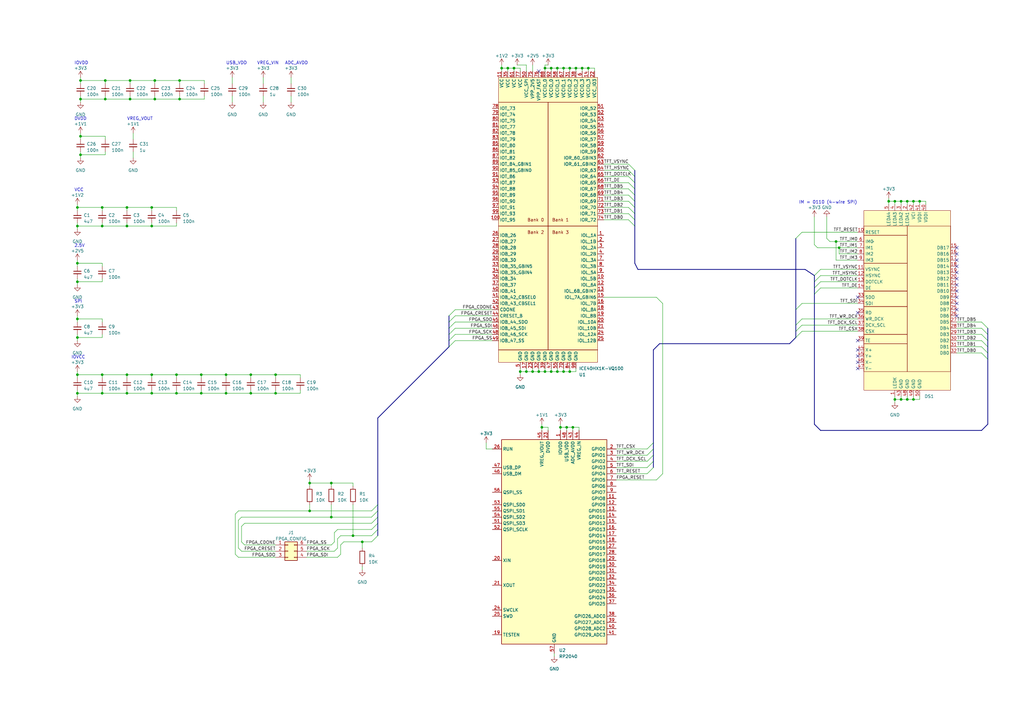
<source format=kicad_sch>
(kicad_sch (version 20230121) (generator eeschema)
  (paper "A3")
  (junction (at 31.75 138.43))
  (junction (at 215.9 152.4))
  (junction (at 62.23 85.09))
  (junction (at 228.6 27.94))
  (junction (at 31.75 107.95))
  (junction (at 369.57 163.83))
  (junction (at 232.41 175.26))
  (junction (at 231.14 27.94))
  (junction (at 148.59 222.25))
  (junction (at 33.02 33.02))
  (junction (at 374.65 82.55))
  (junction (at 52.07 85.09))
  (junction (at 205.74 27.94))
  (junction (at 31.75 115.57))
  (junction (at 223.52 152.4))
  (junction (at 82.55 153.67))
  (junction (at 43.18 33.02))
  (junction (at 73.66 33.02))
  (junction (at 33.02 63.5))
  (junction (at 102.87 161.29))
  (junction (at 210.82 27.94))
  (junction (at 62.23 161.29))
  (junction (at 367.03 82.55))
  (junction (at 82.55 161.29))
  (junction (at 144.78 219.71))
  (junction (at 374.65 163.83))
  (junction (at 33.02 55.88))
  (junction (at 33.02 40.64))
  (junction (at 127 209.55))
  (junction (at 218.44 152.4))
  (junction (at 231.14 152.4))
  (junction (at 62.23 92.71))
  (junction (at 52.07 153.67))
  (junction (at 127 198.12))
  (junction (at 72.39 153.67))
  (junction (at 63.5 40.64))
  (junction (at 372.11 82.55))
  (junction (at 62.23 153.67))
  (junction (at 41.91 161.29))
  (junction (at 234.95 175.26))
  (junction (at 135.89 212.09))
  (junction (at 52.07 161.29))
  (junction (at 72.39 161.29))
  (junction (at 372.11 163.83))
  (junction (at 229.87 175.26))
  (junction (at 241.3 27.94))
  (junction (at 228.6 152.4))
  (junction (at 223.52 27.94))
  (junction (at 41.91 92.71))
  (junction (at 52.07 92.71))
  (junction (at 233.68 152.4))
  (junction (at 364.49 82.55))
  (junction (at 367.03 163.83))
  (junction (at 92.71 153.67))
  (junction (at 53.34 40.64))
  (junction (at 113.03 153.67))
  (junction (at 31.75 161.29))
  (junction (at 213.36 152.4))
  (junction (at 220.98 152.4))
  (junction (at 31.75 130.81))
  (junction (at 233.68 27.94))
  (junction (at 369.57 82.55))
  (junction (at 31.75 85.09))
  (junction (at 377.19 82.55))
  (junction (at 41.91 153.67))
  (junction (at 226.06 27.94))
  (junction (at 31.75 153.67))
  (junction (at 73.66 40.64))
  (junction (at 41.91 85.09))
  (junction (at 135.89 198.12))
  (junction (at 238.76 27.94))
  (junction (at 344.17 101.6))
  (junction (at 92.71 161.29))
  (junction (at 226.06 152.4))
  (junction (at 43.18 40.64))
  (junction (at 63.5 33.02))
  (junction (at 222.25 175.26))
  (junction (at 31.75 92.71))
  (junction (at 53.34 33.02))
  (junction (at 342.9 99.06))
  (junction (at 236.22 27.94))
  (junction (at 113.03 161.29))
  (junction (at 208.28 27.94))
  (junction (at 102.87 153.67))
  (no_connect (at 351.79 146.05))
  (no_connect (at 351.79 151.13))
  (no_connect (at 392.43 119.38))
  (no_connect (at 351.79 121.92))
  (no_connect (at 392.43 127))
  (no_connect (at 392.43 116.84))
  (no_connect (at 392.43 101.6))
  (no_connect (at 392.43 109.22))
  (no_connect (at 351.79 148.59))
  (no_connect (at 392.43 121.92))
  (no_connect (at 392.43 111.76))
  (no_connect (at 351.79 139.7))
  (no_connect (at 392.43 104.14))
  (no_connect (at 220.98 29.21))
  (no_connect (at 392.43 129.54))
  (no_connect (at 392.43 106.68))
  (no_connect (at 351.79 128.27))
  (no_connect (at 392.43 114.3))
  (no_connect (at 351.79 143.51))
  (no_connect (at 392.43 124.46))
  (bus_entry (at 334.01 115.57) (size 2.54 -2.54))
  (bus_entry (at 257.81 72.39) (size 2.54 2.54))
  (bus_entry (at 257.81 82.55) (size 2.54 2.54))
  (bus_entry (at 184.15 129.54) (size 2.54 -2.54))
  (bus_entry (at 402.59 142.24) (size 2.54 2.54))
  (bus_entry (at 152.4 222.25) (size 2.54 -2.54))
  (bus_entry (at 257.81 85.09) (size 2.54 2.54))
  (bus_entry (at 402.59 137.16) (size 2.54 2.54))
  (bus_entry (at 257.81 90.17) (size 2.54 2.54))
  (bus_entry (at 152.4 212.09) (size 2.54 -2.54))
  (bus_entry (at 152.4 217.17) (size 2.54 -2.54))
  (bus_entry (at 257.81 87.63) (size 2.54 2.54))
  (bus_entry (at 402.59 132.08) (size 2.54 2.54))
  (bus_entry (at 257.81 80.01) (size 2.54 2.54))
  (bus_entry (at 184.15 142.24) (size 2.54 -2.54))
  (bus_entry (at 334.01 113.03) (size 2.54 -2.54))
  (bus_entry (at 152.4 214.63) (size 2.54 -2.54))
  (bus_entry (at 402.59 134.62) (size 2.54 2.54))
  (bus_entry (at 334.01 118.11) (size 2.54 -2.54))
  (bus_entry (at 184.15 139.7) (size 2.54 -2.54))
  (bus_entry (at 184.15 137.16) (size 2.54 -2.54))
  (bus_entry (at 326.39 97.79) (size 2.54 -2.54))
  (bus_entry (at 265.43 191.77) (size 2.54 -2.54))
  (bus_entry (at 334.01 120.65) (size 2.54 -2.54))
  (bus_entry (at 184.15 132.08) (size 2.54 -2.54))
  (bus_entry (at 402.59 144.78) (size 2.54 2.54))
  (bus_entry (at 257.81 74.93) (size 2.54 2.54))
  (bus_entry (at 402.59 139.7) (size 2.54 2.54))
  (bus_entry (at 265.43 189.23) (size 2.54 -2.54))
  (bus_entry (at 265.43 186.69) (size 2.54 -2.54))
  (bus_entry (at 326.39 135.89) (size 2.54 -2.54))
  (bus_entry (at 184.15 134.62) (size 2.54 -2.54))
  (bus_entry (at 326.39 138.43) (size 2.54 -2.54))
  (bus_entry (at 265.43 184.15) (size 2.54 -2.54))
  (bus_entry (at 257.81 67.31) (size 2.54 2.54))
  (bus_entry (at 265.43 194.31) (size 2.54 -2.54))
  (bus_entry (at 326.39 127) (size 2.54 -2.54))
  (bus_entry (at 152.4 219.71) (size 2.54 -2.54))
  (bus_entry (at 257.81 77.47) (size 2.54 2.54))
  (bus_entry (at 152.4 209.55) (size 2.54 -2.54))
  (bus_entry (at 257.81 69.85) (size 2.54 2.54))
  (bus_entry (at 326.39 133.35) (size 2.54 -2.54))
  (wire (pts (xy 138.43 217.17) (xy 152.4 217.17)))
  (wire (pts (xy 100.33 214.63) (xy 99.06 215.9)))
  (bus (pts (xy 326.39 133.35) (xy 326.39 135.89)))
  (wire (pts (xy 125.73 226.06) (xy 137.16 226.06)))
  (wire (pts (xy 372.11 82.55) (xy 372.11 83.82)))
  (wire (pts (xy 336.55 113.03) (xy 351.79 113.03)))
  (bus (pts (xy 267.97 184.15) (xy 267.97 186.69)))
  (wire (pts (xy 97.79 228.6) (xy 96.52 227.33)))
  (wire (pts (xy 127 209.55) (xy 152.4 209.55)))
  (wire (pts (xy 232.41 175.26) (xy 234.95 175.26)))
  (wire (pts (xy 336.55 118.11) (xy 351.79 118.11)))
  (wire (pts (xy 53.34 33.02) (xy 53.34 34.29)))
  (wire (pts (xy 222.25 175.26) (xy 224.79 175.26)))
  (wire (pts (xy 31.75 130.81) (xy 41.91 130.81)))
  (wire (pts (xy 344.17 101.6) (xy 344.17 104.14)))
  (wire (pts (xy 201.93 184.15) (xy 199.39 184.15)))
  (bus (pts (xy 260.35 80.01) (xy 260.35 82.55)))
  (wire (pts (xy 186.69 137.16) (xy 201.93 137.16)))
  (wire (pts (xy 31.75 161.29) (xy 41.91 161.29)))
  (wire (pts (xy 52.07 85.09) (xy 62.23 85.09)))
  (wire (pts (xy 100.33 214.63) (xy 152.4 214.63)))
  (wire (pts (xy 367.03 163.83) (xy 369.57 163.83)))
  (wire (pts (xy 223.52 152.4) (xy 226.06 152.4)))
  (wire (pts (xy 41.91 85.09) (xy 41.91 86.36)))
  (wire (pts (xy 208.28 27.94) (xy 208.28 29.21)))
  (wire (pts (xy 186.69 129.54) (xy 201.93 129.54)))
  (wire (pts (xy 33.02 55.88) (xy 33.02 54.61)))
  (wire (pts (xy 231.14 151.13) (xy 231.14 152.4)))
  (wire (pts (xy 99.06 222.25) (xy 100.33 223.52)))
  (wire (pts (xy 369.57 162.56) (xy 369.57 163.83)))
  (wire (pts (xy 100.33 223.52) (xy 113.03 223.52)))
  (bus (pts (xy 184.15 137.16) (xy 184.15 139.7)))
  (wire (pts (xy 95.25 31.75) (xy 95.25 34.29)))
  (wire (pts (xy 222.25 173.99) (xy 222.25 175.26)))
  (wire (pts (xy 96.52 227.33) (xy 96.52 210.82)))
  (wire (pts (xy 247.65 67.31) (xy 257.81 67.31)))
  (wire (pts (xy 43.18 63.5) (xy 43.18 62.23)))
  (wire (pts (xy 212.09 26.67) (xy 215.9 26.67)))
  (wire (pts (xy 215.9 152.4) (xy 218.44 152.4)))
  (wire (pts (xy 82.55 153.67) (xy 92.71 153.67)))
  (wire (pts (xy 336.55 115.57) (xy 351.79 115.57)))
  (wire (pts (xy 241.3 29.21) (xy 241.3 27.94)))
  (wire (pts (xy 226.06 27.94) (xy 228.6 27.94)))
  (wire (pts (xy 135.89 207.01) (xy 135.89 212.09)))
  (wire (pts (xy 53.34 33.02) (xy 63.5 33.02)))
  (wire (pts (xy 372.11 82.55) (xy 374.65 82.55)))
  (wire (pts (xy 229.87 176.53) (xy 229.87 175.26)))
  (wire (pts (xy 328.93 95.25) (xy 351.79 95.25)))
  (bus (pts (xy 184.15 139.7) (xy 184.15 142.24)))
  (wire (pts (xy 31.75 106.68) (xy 31.75 107.95)))
  (wire (pts (xy 374.65 162.56) (xy 374.65 163.83)))
  (wire (pts (xy 95.25 39.37) (xy 95.25 41.91)))
  (wire (pts (xy 53.34 39.37) (xy 53.34 40.64)))
  (wire (pts (xy 233.68 151.13) (xy 233.68 152.4)))
  (wire (pts (xy 62.23 160.02) (xy 62.23 161.29)))
  (bus (pts (xy 154.94 214.63) (xy 154.94 217.17)))
  (bus (pts (xy 260.35 92.71) (xy 260.35 107.95)))
  (wire (pts (xy 139.7 219.71) (xy 144.78 219.71)))
  (wire (pts (xy 372.11 163.83) (xy 374.65 163.83)))
  (wire (pts (xy 73.66 39.37) (xy 73.66 40.64)))
  (wire (pts (xy 33.02 31.75) (xy 33.02 33.02)))
  (wire (pts (xy 231.14 152.4) (xy 233.68 152.4)))
  (bus (pts (xy 154.94 209.55) (xy 154.94 212.09)))
  (wire (pts (xy 218.44 151.13) (xy 218.44 152.4)))
  (bus (pts (xy 336.55 176.53) (xy 402.59 176.53)))
  (wire (pts (xy 205.74 27.94) (xy 205.74 29.21)))
  (wire (pts (xy 247.65 72.39) (xy 257.81 72.39)))
  (bus (pts (xy 270.51 140.97) (xy 323.85 140.97)))
  (bus (pts (xy 405.13 147.32) (xy 405.13 173.99)))
  (wire (pts (xy 247.65 74.93) (xy 257.81 74.93)))
  (wire (pts (xy 33.02 40.64) (xy 33.02 41.91)))
  (wire (pts (xy 238.76 27.94) (xy 238.76 29.21)))
  (wire (pts (xy 372.11 162.56) (xy 372.11 163.83)))
  (wire (pts (xy 41.91 153.67) (xy 52.07 153.67)))
  (wire (pts (xy 92.71 161.29) (xy 102.87 161.29)))
  (wire (pts (xy 97.79 213.36) (xy 97.79 224.79)))
  (wire (pts (xy 229.87 173.99) (xy 229.87 175.26)))
  (wire (pts (xy 99.06 212.09) (xy 97.79 213.36)))
  (wire (pts (xy 208.28 27.94) (xy 205.74 27.94)))
  (wire (pts (xy 31.75 92.71) (xy 41.91 92.71)))
  (wire (pts (xy 220.98 152.4) (xy 223.52 152.4)))
  (bus (pts (xy 260.35 82.55) (xy 260.35 85.09)))
  (wire (pts (xy 73.66 40.64) (xy 63.5 40.64)))
  (wire (pts (xy 63.5 33.02) (xy 73.66 33.02)))
  (wire (pts (xy 334.01 88.9) (xy 334.01 100.33)))
  (wire (pts (xy 127 198.12) (xy 135.89 198.12)))
  (bus (pts (xy 334.01 113.03) (xy 330.2 110.49)))
  (wire (pts (xy 231.14 29.21) (xy 231.14 27.94)))
  (wire (pts (xy 33.02 63.5) (xy 33.02 64.77)))
  (wire (pts (xy 33.02 55.88) (xy 33.02 57.15)))
  (wire (pts (xy 107.95 31.75) (xy 107.95 34.29)))
  (wire (pts (xy 236.22 29.21) (xy 236.22 27.94)))
  (wire (pts (xy 83.82 39.37) (xy 83.82 40.64)))
  (wire (pts (xy 144.78 219.71) (xy 152.4 219.71)))
  (bus (pts (xy 154.94 171.45) (xy 184.15 142.24)))
  (wire (pts (xy 186.69 132.08) (xy 201.93 132.08)))
  (wire (pts (xy 82.55 153.67) (xy 82.55 154.94)))
  (wire (pts (xy 31.75 83.82) (xy 31.75 85.09)))
  (bus (pts (xy 267.97 186.69) (xy 267.97 189.23)))
  (wire (pts (xy 52.07 86.36) (xy 52.07 85.09)))
  (wire (pts (xy 54.61 62.23) (xy 54.61 64.77)))
  (wire (pts (xy 107.95 39.37) (xy 107.95 41.91)))
  (wire (pts (xy 223.52 29.21) (xy 223.52 27.94)))
  (wire (pts (xy 344.17 104.14) (xy 351.79 104.14)))
  (wire (pts (xy 127 196.85) (xy 127 198.12)))
  (wire (pts (xy 247.65 82.55) (xy 257.81 82.55)))
  (wire (pts (xy 31.75 139.7) (xy 31.75 138.43)))
  (wire (pts (xy 224.79 175.26) (xy 224.79 176.53)))
  (bus (pts (xy 267.97 143.51) (xy 267.97 181.61)))
  (wire (pts (xy 33.02 39.37) (xy 33.02 40.64)))
  (wire (pts (xy 364.49 82.55) (xy 367.03 82.55)))
  (wire (pts (xy 43.18 33.02) (xy 43.18 34.29)))
  (wire (pts (xy 31.75 129.54) (xy 31.75 130.81)))
  (wire (pts (xy 31.75 153.67) (xy 31.75 154.94)))
  (wire (pts (xy 97.79 209.55) (xy 127 209.55)))
  (bus (pts (xy 154.94 212.09) (xy 154.94 214.63)))
  (wire (pts (xy 223.52 26.67) (xy 224.79 26.67)))
  (bus (pts (xy 334.01 120.65) (xy 334.01 173.99)))
  (bus (pts (xy 260.35 107.95) (xy 261.62 110.49)))
  (wire (pts (xy 213.36 151.13) (xy 213.36 152.4)))
  (wire (pts (xy 392.43 142.24) (xy 402.59 142.24)))
  (wire (pts (xy 139.7 227.33) (xy 139.7 223.52)))
  (wire (pts (xy 392.43 137.16) (xy 402.59 137.16)))
  (wire (pts (xy 228.6 27.94) (xy 231.14 27.94)))
  (wire (pts (xy 252.73 194.31) (xy 265.43 194.31)))
  (wire (pts (xy 41.91 107.95) (xy 41.91 109.22)))
  (wire (pts (xy 31.75 116.84) (xy 31.75 115.57)))
  (wire (pts (xy 367.03 82.55) (xy 369.57 82.55)))
  (wire (pts (xy 92.71 160.02) (xy 92.71 161.29)))
  (wire (pts (xy 220.98 151.13) (xy 220.98 152.4)))
  (wire (pts (xy 226.06 27.94) (xy 226.06 29.21)))
  (wire (pts (xy 102.87 160.02) (xy 102.87 161.29)))
  (wire (pts (xy 41.91 161.29) (xy 52.07 161.29)))
  (wire (pts (xy 52.07 161.29) (xy 62.23 161.29)))
  (wire (pts (xy 186.69 139.7) (xy 201.93 139.7)))
  (wire (pts (xy 62.23 92.71) (xy 72.39 92.71)))
  (wire (pts (xy 342.9 99.06) (xy 342.9 106.68)))
  (bus (pts (xy 184.15 132.08) (xy 184.15 134.62)))
  (wire (pts (xy 43.18 57.15) (xy 43.18 55.88)))
  (wire (pts (xy 41.91 115.57) (xy 41.91 114.3)))
  (bus (pts (xy 330.2 110.49) (xy 261.62 110.49)))
  (bus (pts (xy 260.35 72.39) (xy 260.35 74.93)))
  (wire (pts (xy 62.23 85.09) (xy 72.39 85.09)))
  (wire (pts (xy 236.22 27.94) (xy 238.76 27.94)))
  (wire (pts (xy 63.5 40.64) (xy 53.34 40.64)))
  (wire (pts (xy 31.75 138.43) (xy 41.91 138.43)))
  (wire (pts (xy 97.79 224.79) (xy 99.06 226.06)))
  (wire (pts (xy 252.73 184.15) (xy 265.43 184.15)))
  (wire (pts (xy 41.91 91.44) (xy 41.91 92.71)))
  (wire (pts (xy 377.19 82.55) (xy 377.19 83.82)))
  (wire (pts (xy 31.75 107.95) (xy 31.75 109.22)))
  (bus (pts (xy 326.39 127) (xy 326.39 133.35)))
  (bus (pts (xy 405.13 144.78) (xy 405.13 147.32)))
  (wire (pts (xy 113.03 160.02) (xy 113.03 161.29)))
  (wire (pts (xy 234.95 175.26) (xy 234.95 176.53)))
  (wire (pts (xy 33.02 33.02) (xy 43.18 33.02)))
  (wire (pts (xy 96.52 210.82) (xy 97.79 209.55)))
  (wire (pts (xy 233.68 27.94) (xy 236.22 27.94)))
  (wire (pts (xy 62.23 91.44) (xy 62.23 92.71)))
  (wire (pts (xy 33.02 62.23) (xy 33.02 63.5)))
  (wire (pts (xy 140.97 222.25) (xy 148.59 222.25)))
  (wire (pts (xy 31.75 115.57) (xy 41.91 115.57)))
  (wire (pts (xy 41.91 92.71) (xy 52.07 92.71)))
  (wire (pts (xy 72.39 92.71) (xy 72.39 91.44)))
  (wire (pts (xy 139.7 223.52) (xy 140.97 222.25)))
  (wire (pts (xy 52.07 92.71) (xy 62.23 92.71)))
  (wire (pts (xy 43.18 55.88) (xy 33.02 55.88)))
  (bus (pts (xy 267.97 181.61) (xy 267.97 184.15)))
  (bus (pts (xy 184.15 129.54) (xy 184.15 132.08)))
  (bus (pts (xy 334.01 113.03) (xy 334.01 115.57)))
  (wire (pts (xy 218.44 152.4) (xy 220.98 152.4)))
  (bus (pts (xy 184.15 134.62) (xy 184.15 137.16)))
  (wire (pts (xy 247.65 80.01) (xy 257.81 80.01)))
  (wire (pts (xy 31.75 137.16) (xy 31.75 138.43)))
  (wire (pts (xy 31.75 107.95) (xy 41.91 107.95)))
  (wire (pts (xy 123.19 153.67) (xy 123.19 154.94)))
  (wire (pts (xy 72.39 161.29) (xy 82.55 161.29)))
  (wire (pts (xy 379.73 82.55) (xy 379.73 83.82)))
  (wire (pts (xy 43.18 40.64) (xy 33.02 40.64)))
  (wire (pts (xy 31.75 152.4) (xy 31.75 153.67)))
  (wire (pts (xy 31.75 114.3) (xy 31.75 115.57)))
  (wire (pts (xy 223.52 26.67) (xy 223.52 27.94)))
  (bus (pts (xy 260.35 90.17) (xy 260.35 92.71)))
  (bus (pts (xy 260.35 87.63) (xy 260.35 90.17)))
  (wire (pts (xy 392.43 144.78) (xy 402.59 144.78)))
  (wire (pts (xy 97.79 228.6) (xy 113.03 228.6)))
  (wire (pts (xy 344.17 101.6) (xy 335.28 101.6)))
  (wire (pts (xy 102.87 161.29) (xy 113.03 161.29)))
  (bus (pts (xy 405.13 173.99) (xy 402.59 176.53)))
  (wire (pts (xy 247.65 69.85) (xy 257.81 69.85)))
  (wire (pts (xy 31.75 160.02) (xy 31.75 161.29)))
  (wire (pts (xy 102.87 153.67) (xy 102.87 154.94)))
  (wire (pts (xy 339.09 88.9) (xy 339.09 97.79)))
  (wire (pts (xy 72.39 153.67) (xy 82.55 153.67)))
  (wire (pts (xy 144.78 207.01) (xy 144.78 219.71)))
  (bus (pts (xy 326.39 138.43) (xy 323.85 140.97)))
  (wire (pts (xy 233.68 152.4) (xy 236.22 152.4)))
  (wire (pts (xy 374.65 82.55) (xy 374.65 83.82)))
  (wire (pts (xy 241.3 27.94) (xy 238.76 27.94)))
  (wire (pts (xy 43.18 39.37) (xy 43.18 40.64)))
  (wire (pts (xy 41.91 138.43) (xy 41.91 137.16)))
  (bus (pts (xy 405.13 139.7) (xy 405.13 142.24)))
  (wire (pts (xy 31.75 153.67) (xy 41.91 153.67)))
  (wire (pts (xy 148.59 222.25) (xy 148.59 224.79)))
  (wire (pts (xy 148.59 222.25) (xy 152.4 222.25)))
  (wire (pts (xy 369.57 163.83) (xy 372.11 163.83)))
  (wire (pts (xy 392.43 139.7) (xy 402.59 139.7)))
  (wire (pts (xy 92.71 153.67) (xy 102.87 153.67)))
  (wire (pts (xy 127 198.12) (xy 127 199.39)))
  (wire (pts (xy 62.23 161.29) (xy 72.39 161.29)))
  (wire (pts (xy 72.39 153.67) (xy 72.39 154.94)))
  (bus (pts (xy 270.51 140.97) (xy 267.97 143.51)))
  (bus (pts (xy 154.94 217.17) (xy 154.94 219.71)))
  (wire (pts (xy 228.6 152.4) (xy 231.14 152.4)))
  (wire (pts (xy 213.36 152.4) (xy 215.9 152.4)))
  (wire (pts (xy 210.82 27.94) (xy 210.82 29.21)))
  (wire (pts (xy 53.34 40.64) (xy 43.18 40.64)))
  (wire (pts (xy 236.22 152.4) (xy 236.22 151.13)))
  (wire (pts (xy 135.89 223.52) (xy 137.16 222.25)))
  (wire (pts (xy 237.49 175.26) (xy 234.95 175.26)))
  (wire (pts (xy 369.57 82.55) (xy 372.11 82.55)))
  (wire (pts (xy 328.93 135.89) (xy 351.79 135.89)))
  (wire (pts (xy 328.93 124.46) (xy 351.79 124.46)))
  (wire (pts (xy 252.73 189.23) (xy 265.43 189.23)))
  (wire (pts (xy 392.43 134.62) (xy 402.59 134.62)))
  (wire (pts (xy 119.38 39.37) (xy 119.38 41.91)))
  (wire (pts (xy 233.68 29.21) (xy 233.68 27.94)))
  (wire (pts (xy 213.36 27.94) (xy 210.82 27.94)))
  (wire (pts (xy 43.18 33.02) (xy 53.34 33.02)))
  (bus (pts (xy 260.35 69.85) (xy 260.35 72.39)))
  (wire (pts (xy 113.03 153.67) (xy 113.03 154.94)))
  (wire (pts (xy 82.55 161.29) (xy 92.71 161.29)))
  (wire (pts (xy 135.89 198.12) (xy 144.78 198.12)))
  (wire (pts (xy 369.57 82.55) (xy 369.57 83.82)))
  (wire (pts (xy 247.65 77.47) (xy 257.81 77.47)))
  (wire (pts (xy 367.03 163.83) (xy 367.03 165.1)))
  (wire (pts (xy 138.43 220.98) (xy 139.7 219.71)))
  (wire (pts (xy 226.06 151.13) (xy 226.06 152.4)))
  (wire (pts (xy 52.07 160.02) (xy 52.07 161.29)))
  (wire (pts (xy 222.25 176.53) (xy 222.25 175.26)))
  (wire (pts (xy 72.39 85.09) (xy 72.39 86.36)))
  (wire (pts (xy 226.06 152.4) (xy 228.6 152.4)))
  (wire (pts (xy 210.82 27.94) (xy 208.28 27.94)))
  (wire (pts (xy 364.49 83.82) (xy 364.49 82.55)))
  (wire (pts (xy 62.23 153.67) (xy 72.39 153.67)))
  (bus (pts (xy 326.39 97.79) (xy 326.39 127)))
  (wire (pts (xy 137.16 218.44) (xy 138.43 217.17)))
  (wire (pts (xy 271.78 124.46) (xy 269.24 121.92)))
  (wire (pts (xy 342.9 99.06) (xy 351.79 99.06)))
  (bus (pts (xy 154.94 207.01) (xy 154.94 171.45)))
  (wire (pts (xy 54.61 54.61) (xy 54.61 57.15)))
  (bus (pts (xy 260.35 74.93) (xy 260.35 77.47)))
  (wire (pts (xy 215.9 26.67) (xy 215.9 29.21)))
  (wire (pts (xy 62.23 85.09) (xy 62.23 86.36)))
  (wire (pts (xy 99.06 215.9) (xy 99.06 222.25)))
  (wire (pts (xy 344.17 101.6) (xy 351.79 101.6)))
  (bus (pts (xy 326.39 135.89) (xy 326.39 138.43)))
  (wire (pts (xy 227.33 269.24) (xy 227.33 267.97)))
  (wire (pts (xy 63.5 39.37) (xy 63.5 40.64)))
  (wire (pts (xy 41.91 130.81) (xy 41.91 132.08)))
  (wire (pts (xy 377.19 82.55) (xy 379.73 82.55)))
  (wire (pts (xy 31.75 93.98) (xy 31.75 92.71)))
  (wire (pts (xy 229.87 175.26) (xy 232.41 175.26)))
  (wire (pts (xy 113.03 153.67) (xy 123.19 153.67)))
  (wire (pts (xy 367.03 82.55) (xy 367.03 83.82)))
  (wire (pts (xy 223.52 27.94) (xy 226.06 27.94)))
  (wire (pts (xy 72.39 160.02) (xy 72.39 161.29)))
  (wire (pts (xy 113.03 161.29) (xy 123.19 161.29)))
  (wire (pts (xy 63.5 33.02) (xy 63.5 34.29)))
  (bus (pts (xy 334.01 115.57) (xy 334.01 118.11)))
  (wire (pts (xy 62.23 153.67) (xy 62.23 154.94)))
  (bus (pts (xy 267.97 189.23) (xy 267.97 191.77)))
  (wire (pts (xy 243.84 27.94) (xy 241.3 27.94)))
  (bus (pts (xy 334.01 118.11) (xy 334.01 120.65)))
  (wire (pts (xy 199.39 181.61) (xy 199.39 184.15)))
  (wire (pts (xy 31.75 130.81) (xy 31.75 132.08)))
  (wire (pts (xy 243.84 29.21) (xy 243.84 27.94)))
  (wire (pts (xy 135.89 198.12) (xy 135.89 199.39)))
  (wire (pts (xy 336.55 110.49) (xy 351.79 110.49)))
  (wire (pts (xy 31.75 91.44) (xy 31.75 92.71)))
  (wire (pts (xy 252.73 196.85) (xy 269.24 196.85)))
  (wire (pts (xy 247.65 85.09) (xy 257.81 85.09)))
  (wire (pts (xy 99.06 212.09) (xy 135.89 212.09)))
  (wire (pts (xy 83.82 40.64) (xy 73.66 40.64)))
  (wire (pts (xy 228.6 151.13) (xy 228.6 152.4)))
  (wire (pts (xy 252.73 186.69) (xy 265.43 186.69)))
  (wire (pts (xy 137.16 222.25) (xy 137.16 218.44)))
  (wire (pts (xy 364.49 81.28) (xy 364.49 82.55)))
  (wire (pts (xy 73.66 33.02) (xy 73.66 34.29)))
  (wire (pts (xy 52.07 153.67) (xy 52.07 154.94)))
  (wire (pts (xy 247.65 87.63) (xy 257.81 87.63)))
  (wire (pts (xy 335.28 101.6) (xy 334.01 100.33)))
  (wire (pts (xy 223.52 151.13) (xy 223.52 152.4)))
  (wire (pts (xy 215.9 151.13) (xy 215.9 152.4)))
  (wire (pts (xy 237.49 176.53) (xy 237.49 175.26)))
  (wire (pts (xy 148.59 232.41) (xy 148.59 233.68)))
  (wire (pts (xy 138.43 224.79) (xy 138.43 220.98)))
  (wire (pts (xy 340.36 99.06) (xy 339.09 97.79)))
  (wire (pts (xy 138.43 228.6) (xy 139.7 227.33)))
  (wire (pts (xy 33.02 33.02) (xy 33.02 34.29)))
  (wire (pts (xy 392.43 132.08) (xy 402.59 132.08)))
  (wire (pts (xy 73.66 33.02) (xy 83.82 33.02)))
  (wire (pts (xy 231.14 27.94) (xy 233.68 27.94)))
  (wire (pts (xy 218.44 26.67) (xy 218.44 29.21)))
  (wire (pts (xy 102.87 153.67) (xy 113.03 153.67)))
  (wire (pts (xy 99.06 226.06) (xy 113.03 226.06)))
  (wire (pts (xy 205.74 26.67) (xy 205.74 27.94)))
  (bus (pts (xy 260.35 85.09) (xy 260.35 87.63)))
  (wire (pts (xy 374.65 82.55) (xy 377.19 82.55)))
  (wire (pts (xy 41.91 160.02) (xy 41.91 161.29)))
  (wire (pts (xy 328.93 130.81) (xy 351.79 130.81)))
  (wire (pts (xy 377.19 163.83) (xy 377.19 162.56)))
  (wire (pts (xy 247.65 90.17) (xy 257.81 90.17)))
  (wire (pts (xy 374.65 163.83) (xy 377.19 163.83)))
  (wire (pts (xy 213.36 29.21) (xy 213.36 27.94)))
  (wire (pts (xy 186.69 134.62) (xy 201.93 134.62)))
  (wire (pts (xy 144.78 198.12) (xy 144.78 199.39)))
  (wire (pts (xy 328.93 133.35) (xy 351.79 133.35)))
  (wire (pts (xy 123.19 161.29) (xy 123.19 160.02)))
  (bus (pts (xy 405.13 137.16) (xy 405.13 139.7)))
  (wire (pts (xy 271.78 194.31) (xy 271.78 124.46)))
  (wire (pts (xy 186.69 127) (xy 201.93 127)))
  (wire (pts (xy 125.73 228.6) (xy 138.43 228.6)))
  (bus (pts (xy 405.13 142.24) (xy 405.13 144.78)))
  (wire (pts (xy 127 207.01) (xy 127 209.55)))
  (wire (pts (xy 52.07 153.67) (xy 62.23 153.67)))
  (wire (pts (xy 33.02 63.5) (xy 43.18 63.5)))
  (wire (pts (xy 31.75 85.09) (xy 31.75 86.36)))
  (wire (pts (xy 247.65 121.92) (xy 269.24 121.92)))
  (bus (pts (xy 154.94 207.01) (xy 154.94 209.55)))
  (wire (pts (xy 125.73 223.52) (xy 135.89 223.52)))
  (wire (pts (xy 232.41 176.53) (xy 232.41 175.26)))
  (bus (pts (xy 334.01 173.99) (xy 336.55 176.53)))
  (wire (pts (xy 135.89 212.09) (xy 152.4 212.09)))
  (bus (pts (xy 405.13 134.62) (xy 405.13 137.16)))
  (wire (pts (xy 31.75 85.09) (xy 41.91 85.09)))
  (bus (pts (xy 260.35 77.47) (xy 260.35 80.01)))
  (wire (pts (xy 82.55 160.02) (xy 82.55 161.29)))
  (wire (pts (xy 228.6 27.94) (xy 228.6 29.21)))
  (wire (pts (xy 41.91 85.09) (xy 52.07 85.09)))
  (wire (pts (xy 31.75 162.56) (xy 31.75 161.29)))
  (wire (pts (xy 119.38 31.75) (xy 119.38 34.29)))
  (wire (pts (xy 52.07 91.44) (xy 52.07 92.71)))
  (wire (pts (xy 367.03 162.56) (xy 367.03 163.83)))
  (wire (pts (xy 269.24 196.85) (xy 271.78 194.31)))
  (wire (pts (xy 137.16 226.06) (xy 138.43 224.79)))
  (wire (pts (xy 342.9 99.06) (xy 340.36 99.06)))
  (wire (pts (xy 83.82 33.02) (xy 83.82 34.29)))
  (wire (pts (xy 92.71 153.67) (xy 92.71 154.94)))
  (wire (pts (xy 342.9 106.68) (xy 351.79 106.68)))
  (wire (pts (xy 213.36 153.67) (xy 213.36 152.4)))
  (wire (pts (xy 41.91 153.67) (xy 41.91 154.94)))
  (wire (pts (xy 252.73 191.77) (xy 265.43 191.77)))
  (text "ADC_AVDD" (at 116.84 26.67 0) (effects (font (size 1.27 1.27)) (justify left bottom)))
  (text "VCC" (at 30.48 78.74 0) (effects (font (size 1.27 1.27)) (justify left bottom)))
  (text "IM = 0110 (4-wire SPI)" (at 327.66 83.82 0) (effects (font (size 1.27 1.27)) (justify left bottom)))
  (text "DVDD" (at 30.48 49.53 0) (effects (font (size 1.27 1.27)) (justify left bottom)))
  (text "VREG_VIN" (at 105.41 26.67 0) (effects (font (size 1.27 1.27)) (justify left bottom)))
  (text "IOVDD" (at 30.48 26.67 0) (effects (font (size 1.27 1.27)) (justify left bottom)))
  (text "IOVCC" (at 29.21 147.32 0) (effects (font (size 1.27 1.27)) (justify left bottom)))
  (text "VREG_VOUT" (at 52.07 49.53 0) (effects (font (size 1.27 1.27)) (justify left bottom)))
  (text "USB_VDD" (at 92.71 26.67 0) (effects (font (size 1.27 1.27)) (justify left bottom)))
  (text "2.5V" (at 30.48 101.6 0) (effects (font (size 1.27 1.27)) (justify left bottom)))
  (text "SPI" (at 30.48 124.46 0) (effects (font (size 1.27 1.27)) (justify left bottom)))
  (label "TFT_IM1" (at 351.79 101.6 180))
  (label "TFT_IM2" (at 351.79 104.14 180))
  (label "FPGA_CDONE" (at 113.03 223.52 180))
  (label "FPGA_RESET" (at 252.73 196.85 0))
  (label "TFT_VSYNC" (at 351.79 110.49 180))
  (label "TFT_IM3" (at 351.79 106.68 180))
  (label "TFT_RESET" (at 351.79 95.25 180))
  (label "FPGA_SDI" (at 125.73 228.6 0))
  (label "TFT_DB5" (at 392.43 132.08 0))
  (label "TFT_HSYNC" (at 247.65 69.85 0))
  (label "TFT_VSYNC" (at 247.65 67.31 0))
  (label "TFT_DB3" (at 392.43 137.16 0))
  (label "TFT_DCX_SCL" (at 252.73 189.23 0))
  (label "FPGA_SCK" (at 201.93 137.16 180))
  (label "FPGA_SDI" (at 201.93 134.62 180))
  (label "TFT_DB5" (at 247.65 77.47 0))
  (label "TFT_DB3" (at 247.65 82.55 0))
  (label "FPGA_SCK" (at 125.73 226.06 0))
  (label "TFT_DB1" (at 392.43 142.24 0))
  (label "TFT_CSX" (at 351.79 135.89 180))
  (label "TFT_DE" (at 351.79 118.11 180))
  (label "FPGA_SDO" (at 113.03 228.6 180))
  (label "TFT_WR_DCX" (at 252.73 186.69 0))
  (label "TFT_DOTCLK" (at 247.65 72.39 0))
  (label "TFT_DB4" (at 392.43 134.62 0))
  (label "FPGA_CDONE" (at 201.93 127 180))
  (label "TFT_CSX" (at 252.73 184.15 0))
  (label "TFT_WR_DCX" (at 351.79 130.81 180))
  (label "FPGA_SS" (at 201.93 139.7 180))
  (label "TFT_RESET" (at 252.73 194.31 0))
  (label "TFT_IM0" (at 351.79 99.06 180))
  (label "FPGA_SDO" (at 201.93 132.08 180))
  (label "FPGA_CRESET" (at 113.03 226.06 180))
  (label "TFT_DB2" (at 247.65 85.09 0))
  (label "TFT_DB0" (at 247.65 90.17 0))
  (label "TFT_DB2" (at 392.43 139.7 0))
  (label "TFT_DE" (at 247.65 74.93 0))
  (label "TFT_DB1" (at 247.65 87.63 0))
  (label "TFT_DB4" (at 247.65 80.01 0))
  (label "TFT_DCX_SCL" (at 351.79 133.35 180))
  (label "TFT_SDI" (at 252.73 191.77 0))
  (label "TFT_SDI" (at 351.79 124.46 180))
  (label "FPGA_CRESET" (at 201.93 129.54 180))
  (label "TFT_DB0" (at 392.43 144.78 0))
  (label "FPGA_SS" (at 125.73 223.52 0))
  (label "TFT_DOTCLK" (at 351.79 115.57 180))
  (label "TFT_HSYNC" (at 351.79 113.03 180))
  (symbol (lib_id "power:GND") (at 33.02 41.91 0) (unit 1)
    (property "Reference" "#PWR019" (effects hide))
    (property "Value" "GND" (at 33.02 46.99 0))
  )
  (symbol (lib_id "Device:C_Small") (at 107.95 36.83 0) (unit 1)
    (property "Reference" "C28" (at 110.49 36.2013 0) (effects (justify left)))
    (property "Value" "1u" (at 110.49 38.7413 0) (effects (justify left)))
  )
  (symbol (lib_id "MCU_RaspberryPi:RP2040") (at 227.33 222.25 0) (unit 1)
    (property "Reference" "U2" (at 229.2859 266.7 0) (effects (justify left)))
    (property "Value" "RP2040" (at 229.2859 269.24 0) (effects (justify left)))
    (property "Footprint" "Package_DFN_QFN:QFN-56-1EP_7x7mm_P0.4mm_EP3.2x3.2mm" (effects hide))
    (property "Datasheet" "https://datasheets.raspberrypi.com/rp2040/rp2040-datasheet.pdf" (effects hide))
  )
  (symbol (lib_id "power:GND") (at 54.61 64.77 0) (unit 1)
    (property "Reference" "#PWR028" (effects hide))
    (property "Value" "GND" (at 54.61 69.85 0))
  )
  (symbol (lib_id "power:+3V3") (at 31.75 152.4 0) (unit 1)
    (property "Reference" "#PWR016" (effects hide))
    (property "Value" "+3V3" (at 31.75 148.59 0))
  )
  (symbol (lib_id "Device:C_Small") (at 43.18 36.83 0) (unit 1)
    (property "Reference" "C21" (at 45.72 36.2013 0) (effects (justify left)))
    (property "Value" "100n" (at 45.72 38.7413 0) (effects (justify left)))
  )
  (symbol (lib_id "power:+3V3") (at 199.39 181.61 0) (unit 1)
    (property "Reference" "#PWR08" (effects hide))
    (property "Value" "+3V3" (at 199.39 177.8 0))
  )
  (symbol (lib_id "Device:R") (at 144.78 203.2 0) (unit 1)
    (property "Reference" "R1" (at 147.32 202.565 0) (effects (justify left)))
    (property "Value" "10K" (at 147.32 205.105 0) (effects (justify left)))
  )
  (symbol (lib_id "power:+2V5") (at 31.75 106.68 0) (unit 1)
    (property "Reference" "#PWR012" (effects hide))
    (property "Value" "+2V5" (at 31.75 102.87 0))
  )
  (symbol (lib_id "power:GND") (at 227.33 269.24 0) (unit 1)
    (property "Reference" "#PWR011" (effects hide))
    (property "Value" "GND" (at 227.33 274.32 0))
  )
  (symbol (lib_id "Connector_Generic:Conn_02x03_Counter_Clockwise") (at 118.11 226.06 0) (unit 1)
    (property "Reference" "J1" (at 119.38 218.44 0))
    (property "Value" "FPGA_CONFIG" (at 119.38 220.98 0))
    (property "Footprint" "Connector_PinHeader_2.54mm:PinHeader_2x03_P2.54mm_Vertical" (effects hide))
  )
  (symbol (lib_id "power:GND") (at 367.03 165.1 0) (unit 1)
    (property "Reference" "#PWR030" (effects hide))
    (property "Value" "GND" (at 367.03 170.18 0))
  )
  (symbol (lib_id "Device:C_Small") (at 123.19 157.48 0) (unit 1)
    (property "Reference" "C19" (at 125.73 156.8513 0) (effects (justify left)))
    (property "Value" "100n" (at 125.73 159.3913 0) (effects (justify left)))
  )
  (symbol (lib_id "power:+3V3") (at 95.25 31.75 0) (unit 1)
    (property "Reference" "#PWR024" (effects hide))
    (property "Value" "+3V3" (at 95.25 27.94 0))
  )
  (symbol (lib_id "Device:R") (at 135.89 203.2 0) (unit 1)
    (property "Reference" "R2" (at 138.43 202.565 0) (effects (justify left)))
    (property "Value" "10K" (at 138.43 205.105 0) (effects (justify left)))
  )
  (symbol (lib_id "Device:C_Small") (at 31.75 88.9 0) (unit 1)
    (property "Reference" "C1" (at 34.29 88.2713 0) (effects (justify left)))
    (property "Value" "4u7" (at 34.29 90.8113 0) (effects (justify left)))
  )
  (symbol (lib_id "Device:C_Small") (at 63.5 36.83 0) (unit 1)
    (property "Reference" "C23" (at 66.04 36.2013 0) (effects (justify left)))
    (property "Value" "100n" (at 66.04 38.7413 0) (effects (justify left)))
  )
  (symbol (lib_id "power:+3V3") (at 224.79 26.67 0) (unit 1)
    (property "Reference" "#PWR04" (effects hide))
    (property "Value" "+3V3" (at 224.79 22.86 0))
  )
  (symbol (lib_id "power:+1V2") (at 205.74 26.67 0) (unit 1)
    (property "Reference" "#PWR02" (effects hide))
    (property "Value" "+1V2" (at 205.74 22.86 0))
  )
  (symbol (lib_id "Device:C_Small") (at 31.75 134.62 0) (unit 1)
    (property "Reference" "C8" (at 34.29 133.9913 0) (effects (justify left)))
    (property "Value" "4u7" (at 34.29 136.5313 0) (effects (justify left)))
  )
  (symbol (lib_id "power:+3V3") (at 127 196.85 0) (unit 1)
    (property "Reference" "#PWR034" (effects hide))
    (property "Value" "+3V3" (at 127 193.04 0))
  )
  (symbol (lib_id "Device:C_Small") (at 82.55 157.48 0) (unit 1)
    (property "Reference" "C15" (at 85.09 156.8513 0) (effects (justify left)))
    (property "Value" "100n" (at 85.09 159.3913 0) (effects (justify left)))
  )
  (symbol (lib_id "Device:C_Small") (at 102.87 157.48 0) (unit 1)
    (property "Reference" "C17" (at 105.41 156.8513 0) (effects (justify left)))
    (property "Value" "100n" (at 105.41 159.3913 0) (effects (justify left)))
  )
  (symbol (lib_id "power:GND") (at 148.59 233.68 0) (unit 1)
    (property "Reference" "#PWR035" (effects hide))
    (property "Value" "GND" (at 148.59 238.76 0))
  )
  (symbol (lib_id "power:+3V3") (at 31.75 129.54 0) (unit 1)
    (property "Reference" "#PWR014" (effects hide))
    (property "Value" "+3V3" (at 31.75 125.73 0))
  )
  (symbol (lib_id "power:+3V3") (at 212.09 26.67 0) (unit 1)
    (property "Reference" "#PWR07" (effects hide))
    (property "Value" "+3V3" (at 212.09 22.86 0))
  )
  (symbol (lib_id "power:GND") (at 33.02 64.77 0) (unit 1)
    (property "Reference" "#PWR021" (effects hide))
    (property "Value" "GND" (at 33.02 69.85 0))
  )
  (symbol (lib_id "Device:C_Small") (at 54.61 59.69 0) (unit 1)
    (property "Reference" "C31" (at 57.15 59.0613 0) (effects (justify left)))
    (property "Value" "1u" (at 57.15 61.6013 0) (effects (justify left)))
  )
  (symbol (lib_id "Device:C_Small") (at 83.82 36.83 0) (unit 1)
    (property "Reference" "C25" (at 86.36 36.2013 0) (effects (justify left)))
    (property "Value" "100n" (at 86.36 38.7413 0) (effects (justify left)))
  )
  (symbol (lib_id "Device:C_Small") (at 113.03 157.48 0) (unit 1)
    (property "Reference" "C18" (at 115.57 156.8513 0) (effects (justify left)))
    (property "Value" "100n" (at 115.57 159.3913 0) (effects (justify left)))
  )
  (symbol (lib_id "Device:C_Small") (at 31.75 111.76 0) (unit 1)
    (property "Reference" "C6" (at 34.29 111.1313 0) (effects (justify left)))
    (property "Value" "4u7" (at 34.29 113.6713 0) (effects (justify left)))
  )
  (symbol (lib_id "power:GND") (at 107.95 41.91 0) (unit 1)
    (property "Reference" "#PWR023" (effects hide))
    (property "Value" "GND" (at 107.95 46.99 0))
  )
  (symbol (lib_id "power:GND") (at 31.75 139.7 0) (unit 1)
    (property "Reference" "#PWR015" (effects hide))
    (property "Value" "GND" (at 31.75 144.78 0))
  )
  (symbol (lib_id "ICE40HX1K-VQ100:ICE40HX1K-VQ100") (at 204.47 31.75 0) (unit 1)
    (property "Reference" "U1" (at 237.49 153.67 0) (effects (justify left)))
    (property "Value" "ICE40HX1K-VQ100" (at 237.49 151.13 0) (effects (justify left)))
    (property "Footprint" "Package_QFP:TQFP-100_14x14mm_P0.5mm" (effects hide))
  )
  (symbol (lib_id "power:GND") (at 31.75 116.84 0) (unit 1)
    (property "Reference" "#PWR013" (effects hide))
    (property "Value" "GND" (at 31.75 121.92 0))
  )
  (symbol (lib_id "Device:C_Small") (at 52.07 157.48 0) (unit 1)
    (property "Reference" "C12" (at 54.61 156.8513 0) (effects (justify left)))
    (property "Value" "100n" (at 54.61 159.3913 0) (effects (justify left)))
  )
  (symbol (lib_id "power:GND") (at 31.75 93.98 0) (unit 1)
    (property "Reference" "#PWR010" (effects hide))
    (property "Value" "GND" (at 31.75 99.06 0))
  )
  (symbol (lib_id "Device:C_Small") (at 62.23 88.9 0) (unit 1)
    (property "Reference" "C4" (at 64.77 88.2713 0) (effects (justify left)))
    (property "Value" "100n" (at 64.77 90.8113 0) (effects (justify left)))
  )
  (symbol (lib_id "power:GND") (at 95.25 41.91 0) (unit 1)
    (property "Reference" "#PWR025" (effects hide))
    (property "Value" "GND" (at 95.25 46.99 0))
  )
  (symbol (lib_id "Device:C_Small") (at 53.34 36.83 0) (unit 1)
    (property "Reference" "C22" (at 55.88 36.2013 0) (effects (justify left)))
    (property "Value" "100n" (at 55.88 38.7413 0) (effects (justify left)))
  )
  (symbol (lib_id "power:GND") (at 213.36 153.67 0) (unit 1)
    (property "Reference" "#PWR01" (effects hide))
    (property "Value" "GND" (at 213.36 158.75 0))
  )
  (symbol (lib_id "power:+3V3") (at 107.95 31.75 0) (unit 1)
    (property "Reference" "#PWR022" (effects hide))
    (property "Value" "+3V3" (at 107.95 27.94 0))
  )
  (symbol (lib_id "Device:C_Small") (at 92.71 157.48 0) (unit 1)
    (property "Reference" "C16" (at 95.25 156.8513 0) (effects (justify left)))
    (property "Value" "100n" (at 95.25 159.3913 0) (effects (justify left)))
  )
  (symbol (lib_id "power:+1V2") (at 31.75 83.82 0) (unit 1)
    (property "Reference" "#PWR09" (effects hide))
    (property "Value" "+1V2" (at 31.75 80.01 0))
  )
  (symbol (lib_id "Device:C_Small") (at 41.91 157.48 0) (unit 1)
    (property "Reference" "C11" (at 44.45 156.8513 0) (effects (justify left)))
    (property "Value" "100n" (at 44.45 159.3913 0) (effects (justify left)))
  )
  (symbol (lib_id "power:+3V3") (at 33.02 31.75 0) (unit 1)
    (property "Reference" "#PWR018" (effects hide))
    (property "Value" "+3V3" (at 33.02 27.94 0))
  )
  (symbol (lib_id "Device:C_Small") (at 41.91 111.76 0) (unit 1)
    (property "Reference" "C7" (at 44.45 111.1313 0) (effects (justify left)))
    (property "Value" "100n" (at 44.45 113.6713 0) (effects (justify left)))
  )
  (symbol (lib_id "Device:C_Small") (at 41.91 88.9 0) (unit 1)
    (property "Reference" "C2" (at 44.45 88.2713 0) (effects (justify left)))
    (property "Value" "100n" (at 44.45 90.8113 0) (effects (justify left)))
  )
  (symbol (lib_id "Device:C_Small") (at 72.39 157.48 0) (unit 1)
    (property "Reference" "C14" (at 74.93 156.8513 0) (effects (justify left)))
    (property "Value" "100n" (at 74.93 159.3913 0) (effects (justify left)))
  )
  (symbol (lib_id "power:+3V3") (at 364.49 81.28 0) (unit 1)
    (property "Reference" "#PWR031" (effects hide))
    (property "Value" "+3V3" (at 364.49 77.47 0))
  )
  (symbol (lib_id "power:+3V3") (at 119.38 31.75 0) (unit 1)
    (property "Reference" "#PWR026" (effects hide))
    (property "Value" "+3V3" (at 119.38 27.94 0))
  )
  (symbol (lib_id "Device:C_Small") (at 33.02 59.69 0) (unit 1)
    (property "Reference" "C26" (at 35.56 59.0613 0) (effects (justify left)))
    (property "Value" "100n" (at 35.56 61.6013 0) (effects (justify left)))
  )
  (symbol (lib_id "Device:C_Small") (at 41.91 134.62 0) (unit 1)
    (property "Reference" "C9" (at 44.45 133.9913 0) (effects (justify left)))
    (property "Value" "100n" (at 44.45 136.5313 0) (effects (justify left)))
  )
  (symbol (lib_id "Device:C_Small") (at 62.23 157.48 0) (unit 1)
    (property "Reference" "C13" (at 64.77 156.8513 0) (effects (justify left)))
    (property "Value" "100n" (at 64.77 159.3913 0) (effects (justify left)))
  )
  (symbol (lib_id "Device:C_Small") (at 33.02 36.83 0) (unit 1)
    (property "Reference" "C20" (at 35.56 36.2013 0) (effects (justify left)))
    (property "Value" "100n" (at 35.56 38.7413 0) (effects (justify left)))
  )
  (symbol (lib_id "Device:C_Small") (at 95.25 36.83 0) (unit 1)
    (property "Reference" "C29" (at 97.79 36.2013 0) (effects (justify left)))
    (property "Value" "100n" (at 97.79 38.7413 0) (effects (justify left)))
  )
  (symbol (lib_id "power:+1V1") (at 33.02 54.61 0) (unit 1)
    (property "Reference" "#PWR020" (effects hide))
    (property "Value" "+1V1" (at 33.02 50.8 0))
  )
  (symbol (lib_id "Device:C_Small") (at 52.07 88.9 0) (unit 1)
    (property "Reference" "C3" (at 54.61 88.2713 0) (effects (justify left)))
    (property "Value" "100n" (at 54.61 90.8113 0) (effects (justify left)))
  )
  (symbol (lib_id "Device:C_Small") (at 31.75 157.48 0) (unit 1)
    (property "Reference" "C10" (at 34.29 156.8513 0) (effects (justify left)))
    (property "Value" "4u7" (at 34.29 159.3913 0) (effects (justify left)))
  )
  (symbol (lib_id "power:+1V1") (at 222.25 173.99 0) (unit 1)
    (property "Reference" "#PWR05" (effects hide))
    (property "Value" "+1V1" (at 222.25 170.18 0))
  )
  (symbol (lib_id "power:+3V3") (at 229.87 173.99 0) (unit 1)
    (property "Reference" "#PWR06" (effects hide))
    (property "Value" "+3V3" (at 229.87 170.18 0))
  )
  (symbol (lib_id "power:GND") (at 339.09 88.9 180) (unit 1)
    (property "Reference" "#PWR033" (effects hide))
    (property "Value" "GND" (at 339.09 85.09 0))
  )
  (symbol (lib_id "power:GND") (at 119.38 41.91 0) (unit 1)
    (property "Reference" "#PWR027" (effects hide))
    (property "Value" "GND" (at 119.38 46.99 0))
  )
  (symbol (lib_id "power:+3V3") (at 334.01 88.9 0) (unit 1)
    (property "Reference" "#PWR032" (effects hide))
    (property "Value" "+3V3" (at 334.01 85.09 0))
  )
  (symbol (lib_id "power:GND") (at 31.75 162.56 0) (unit 1)
    (property "Reference" "#PWR017" (effects hide))
    (property "Value" "GND" (at 31.75 167.64 0))
  )
  (symbol (lib_id "Device:C_Small") (at 43.18 59.69 0) (unit 1)
    (property "Reference" "C27" (at 45.72 59.0613 0) (effects (justify left)))
    (property "Value" "100n" (at 45.72 61.6013 0) (effects (justify left)))
  )
  (symbol (lib_id "Device:C_Small") (at 73.66 36.83 0) (unit 1)
    (property "Reference" "C24" (at 76.2 36.2013 0) (effects (justify left)))
    (property "Value" "100n" (at 76.2 38.7413 0) (effects (justify left)))
  )
  (symbol (lib_id "Device:C_Small") (at 119.38 36.83 0) (unit 1)
    (property "Reference" "C30" (at 121.92 36.2013 0) (effects (justify left)))
    (property "Value" "100n" (at 121.92 38.7413 0) (effects (justify left)))
  )
  (symbol (lib_id "Device:C_Small") (at 72.39 88.9 0) (unit 1)
    (property "Reference" "C5" (at 74.93 88.2713 0) (effects (justify left)))
    (property "Value" "100n" (at 74.93 90.8113 0) (effects (justify left)))
  )
  (symbol (lib_id "power:+1V1") (at 54.61 54.61 0) (unit 1)
    (property "Reference" "#PWR029" (effects hide))
    (property "Value" "+1V1" (at 54.61 50.8 0))
  )
  (symbol (lib_id "power:+2V5") (at 218.44 26.67 0) (unit 1)
    (property "Reference" "#PWR03" (effects hide))
    (property "Value" "+2V5" (at 218.44 22.86 0))
  )
  (symbol (lib_id "MI0283QT-11:MI0283QT-11") (at 358.14 99.06 0) (unit 1)
    (property "Reference" "DS1" (at 379.1459 162.56 0) (effects (justify left)))
    (property "Value" "~" (at 358.14 99.06 0))
    (property "Footprint" "Connector_FFC-FPC:Molex_54132-5033_1x50-1MP_P0.5mm_Horizontal" (effects hide))
  )
  (symbol (lib_id "Device:R") (at 148.59 228.6 0) (unit 1)
    (property "Reference" "R4" (at 151.13 227.965 0) (effects (justify left)))
    (property "Value" "10K" (at 151.13 230.505 0) (effects (justify left)))
  )
  (symbol (lib_id "Device:R") (at 127 203.2 0) (unit 1)
    (property "Reference" "R3" (at 129.54 202.565 0) (effects (justify left)))
    (property "Value" "10K" (at 129.54 205.105 0) (effects (justify left)))
  )
)
</source>
